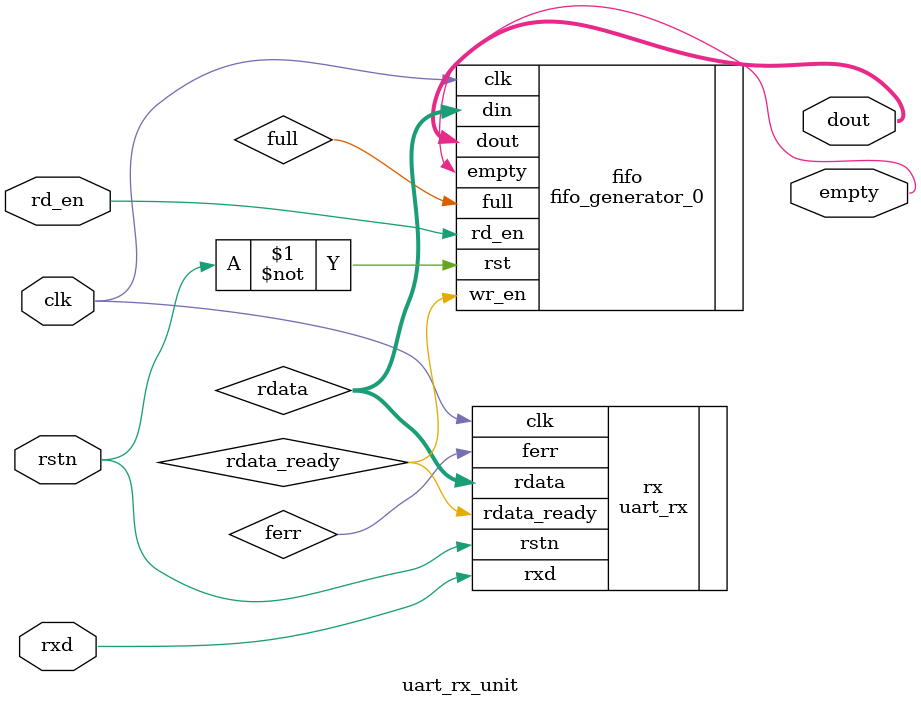
<source format=sv>
`timescale 1ns / 1ps


module uart_rx_unit #(CLK_PER_HALF_BIT = 5208) (
                      input wire clk,
                      input wire rstn,
                      input wire rxd,
                      input wire rd_en,
                      output logic [7:0] dout,
                      output wire empty       
                     );
    
    logic [7:0] rdata;
    logic       rdata_ready;
    logic       ferr;

    uart_rx #(CLK_PER_HALF_BIT) rx(.rdata(rdata),
                                   .rdata_ready(rdata_ready),
                                   .ferr(ferr),
                                   .clk(clk),
                                   .rstn(rstn),
                                   .rxd(rxd));
    
    logic full;

    // fifo generator (ip core)
    fifo_generator_0 fifo(
        .clk(clk),            // input wire clk
        .rst(~rstn),          // input wire rst
        .din(rdata),          // input wire [7 : 0] din
        .wr_en(rdata_ready),  // input wire wr_en
        .rd_en(rd_en),        // input wire rd_en
        .dout(dout),          // output wire [7 : 0] dout
        .full(full),          // output wire full
        .empty(empty)         // output wire empty
    );  

    // don't manage error when fifo is empty
endmodule

</source>
